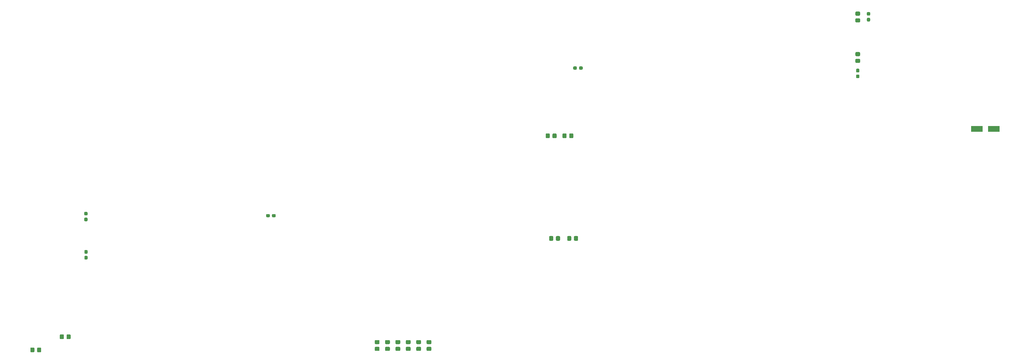
<source format=gbr>
%TF.GenerationSoftware,KiCad,Pcbnew,5.1.10-88a1d61d58~88~ubuntu20.04.1*%
%TF.CreationDate,2021-06-03T15:25:56+07:00*%
%TF.ProjectId,Schema_and_PCB,53636865-6d61-45f6-916e-645f5043422e,v0.1*%
%TF.SameCoordinates,Original*%
%TF.FileFunction,Paste,Bot*%
%TF.FilePolarity,Positive*%
%FSLAX46Y46*%
G04 Gerber Fmt 4.6, Leading zero omitted, Abs format (unit mm)*
G04 Created by KiCad (PCBNEW 5.1.10-88a1d61d58~88~ubuntu20.04.1) date 2021-06-03 15:25:56*
%MOMM*%
%LPD*%
G01*
G04 APERTURE LIST*
%ADD10R,3.500000X1.800000*%
G04 APERTURE END LIST*
%TO.C,R56*%
G36*
G01*
X307143999Y-91856000D02*
X308044001Y-91856000D01*
G75*
G02*
X308294000Y-92105999I0J-249999D01*
G01*
X308294000Y-92806001D01*
G75*
G02*
X308044001Y-93056000I-249999J0D01*
G01*
X307143999Y-93056000D01*
G75*
G02*
X306894000Y-92806001I0J249999D01*
G01*
X306894000Y-92105999D01*
G75*
G02*
X307143999Y-91856000I249999J0D01*
G01*
G37*
G36*
G01*
X307143999Y-89856000D02*
X308044001Y-89856000D01*
G75*
G02*
X308294000Y-90105999I0J-249999D01*
G01*
X308294000Y-90806001D01*
G75*
G02*
X308044001Y-91056000I-249999J0D01*
G01*
X307143999Y-91056000D01*
G75*
G02*
X306894000Y-90806001I0J249999D01*
G01*
X306894000Y-90105999D01*
G75*
G02*
X307143999Y-89856000I249999J0D01*
G01*
G37*
%TD*%
%TO.C,C61*%
G36*
G01*
X223772100Y-94801700D02*
X223772100Y-94326700D01*
G75*
G02*
X224009600Y-94089200I237500J0D01*
G01*
X224609600Y-94089200D01*
G75*
G02*
X224847100Y-94326700I0J-237500D01*
G01*
X224847100Y-94801700D01*
G75*
G02*
X224609600Y-95039200I-237500J0D01*
G01*
X224009600Y-95039200D01*
G75*
G02*
X223772100Y-94801700I0J237500D01*
G01*
G37*
G36*
G01*
X225497100Y-94801700D02*
X225497100Y-94326700D01*
G75*
G02*
X225734600Y-94089200I237500J0D01*
G01*
X226334600Y-94089200D01*
G75*
G02*
X226572100Y-94326700I0J-237500D01*
G01*
X226572100Y-94801700D01*
G75*
G02*
X226334600Y-95039200I-237500J0D01*
G01*
X225734600Y-95039200D01*
G75*
G02*
X225497100Y-94801700I0J237500D01*
G01*
G37*
%TD*%
%TO.C,C66*%
G36*
G01*
X307831500Y-95840500D02*
X307356500Y-95840500D01*
G75*
G02*
X307119000Y-95603000I0J237500D01*
G01*
X307119000Y-95003000D01*
G75*
G02*
X307356500Y-94765500I237500J0D01*
G01*
X307831500Y-94765500D01*
G75*
G02*
X308069000Y-95003000I0J-237500D01*
G01*
X308069000Y-95603000D01*
G75*
G02*
X307831500Y-95840500I-237500J0D01*
G01*
G37*
G36*
G01*
X307831500Y-97565500D02*
X307356500Y-97565500D01*
G75*
G02*
X307119000Y-97328000I0J237500D01*
G01*
X307119000Y-96728000D01*
G75*
G02*
X307356500Y-96490500I237500J0D01*
G01*
X307831500Y-96490500D01*
G75*
G02*
X308069000Y-96728000I0J-237500D01*
G01*
X308069000Y-97328000D01*
G75*
G02*
X307831500Y-97565500I-237500J0D01*
G01*
G37*
%TD*%
%TO.C,C74*%
G36*
G01*
X310531500Y-78037400D02*
X311006500Y-78037400D01*
G75*
G02*
X311244000Y-78274900I0J-237500D01*
G01*
X311244000Y-78874900D01*
G75*
G02*
X311006500Y-79112400I-237500J0D01*
G01*
X310531500Y-79112400D01*
G75*
G02*
X310294000Y-78874900I0J237500D01*
G01*
X310294000Y-78274900D01*
G75*
G02*
X310531500Y-78037400I237500J0D01*
G01*
G37*
G36*
G01*
X310531500Y-79762400D02*
X311006500Y-79762400D01*
G75*
G02*
X311244000Y-79999900I0J-237500D01*
G01*
X311244000Y-80599900D01*
G75*
G02*
X311006500Y-80837400I-237500J0D01*
G01*
X310531500Y-80837400D01*
G75*
G02*
X310294000Y-80599900I0J237500D01*
G01*
X310294000Y-79999900D01*
G75*
G02*
X310531500Y-79762400I237500J0D01*
G01*
G37*
%TD*%
%TO.C,C90*%
G36*
G01*
X80001100Y-149970000D02*
X80476100Y-149970000D01*
G75*
G02*
X80713600Y-150207500I0J-237500D01*
G01*
X80713600Y-150807500D01*
G75*
G02*
X80476100Y-151045000I-237500J0D01*
G01*
X80001100Y-151045000D01*
G75*
G02*
X79763600Y-150807500I0J237500D01*
G01*
X79763600Y-150207500D01*
G75*
G02*
X80001100Y-149970000I237500J0D01*
G01*
G37*
G36*
G01*
X80001100Y-148245000D02*
X80476100Y-148245000D01*
G75*
G02*
X80713600Y-148482500I0J-237500D01*
G01*
X80713600Y-149082500D01*
G75*
G02*
X80476100Y-149320000I-237500J0D01*
G01*
X80001100Y-149320000D01*
G75*
G02*
X79763600Y-149082500I0J237500D01*
G01*
X79763600Y-148482500D01*
G75*
G02*
X80001100Y-148245000I237500J0D01*
G01*
G37*
%TD*%
%TO.C,C91*%
G36*
G01*
X80450700Y-139765000D02*
X79975700Y-139765000D01*
G75*
G02*
X79738200Y-139527500I0J237500D01*
G01*
X79738200Y-138927500D01*
G75*
G02*
X79975700Y-138690000I237500J0D01*
G01*
X80450700Y-138690000D01*
G75*
G02*
X80688200Y-138927500I0J-237500D01*
G01*
X80688200Y-139527500D01*
G75*
G02*
X80450700Y-139765000I-237500J0D01*
G01*
G37*
G36*
G01*
X80450700Y-138040000D02*
X79975700Y-138040000D01*
G75*
G02*
X79738200Y-137802500I0J237500D01*
G01*
X79738200Y-137202500D01*
G75*
G02*
X79975700Y-136965000I237500J0D01*
G01*
X80450700Y-136965000D01*
G75*
G02*
X80688200Y-137202500I0J-237500D01*
G01*
X80688200Y-137802500D01*
G75*
G02*
X80450700Y-138040000I-237500J0D01*
G01*
G37*
%TD*%
D10*
%TO.C,D8*%
X342686000Y-112522000D03*
X347686000Y-112522000D03*
%TD*%
%TO.C,R3*%
G36*
G01*
X225196200Y-144355399D02*
X225196200Y-145255401D01*
G75*
G02*
X224946201Y-145505400I-249999J0D01*
G01*
X224246199Y-145505400D01*
G75*
G02*
X223996200Y-145255401I0J249999D01*
G01*
X223996200Y-144355399D01*
G75*
G02*
X224246199Y-144105400I249999J0D01*
G01*
X224946201Y-144105400D01*
G75*
G02*
X225196200Y-144355399I0J-249999D01*
G01*
G37*
G36*
G01*
X223196200Y-144355399D02*
X223196200Y-145255401D01*
G75*
G02*
X222946201Y-145505400I-249999J0D01*
G01*
X222246199Y-145505400D01*
G75*
G02*
X221996200Y-145255401I0J249999D01*
G01*
X221996200Y-144355399D01*
G75*
G02*
X222246199Y-144105400I249999J0D01*
G01*
X222946201Y-144105400D01*
G75*
G02*
X223196200Y-144355399I0J-249999D01*
G01*
G37*
%TD*%
%TO.C,R6*%
G36*
G01*
X217884600Y-144368199D02*
X217884600Y-145268201D01*
G75*
G02*
X217634601Y-145518200I-249999J0D01*
G01*
X216934599Y-145518200D01*
G75*
G02*
X216684600Y-145268201I0J249999D01*
G01*
X216684600Y-144368199D01*
G75*
G02*
X216934599Y-144118200I249999J0D01*
G01*
X217634601Y-144118200D01*
G75*
G02*
X217884600Y-144368199I0J-249999D01*
G01*
G37*
G36*
G01*
X219884600Y-144368199D02*
X219884600Y-145268201D01*
G75*
G02*
X219634601Y-145518200I-249999J0D01*
G01*
X218934599Y-145518200D01*
G75*
G02*
X218684600Y-145268201I0J249999D01*
G01*
X218684600Y-144368199D01*
G75*
G02*
X218934599Y-144118200I249999J0D01*
G01*
X219634601Y-144118200D01*
G75*
G02*
X219884600Y-144368199I0J-249999D01*
G01*
G37*
%TD*%
%TO.C,R7*%
G36*
G01*
X223808600Y-114103999D02*
X223808600Y-115004001D01*
G75*
G02*
X223558601Y-115254000I-249999J0D01*
G01*
X222858599Y-115254000D01*
G75*
G02*
X222608600Y-115004001I0J249999D01*
G01*
X222608600Y-114103999D01*
G75*
G02*
X222858599Y-113854000I249999J0D01*
G01*
X223558601Y-113854000D01*
G75*
G02*
X223808600Y-114103999I0J-249999D01*
G01*
G37*
G36*
G01*
X221808600Y-114103999D02*
X221808600Y-115004001D01*
G75*
G02*
X221558601Y-115254000I-249999J0D01*
G01*
X220858599Y-115254000D01*
G75*
G02*
X220608600Y-115004001I0J249999D01*
G01*
X220608600Y-114103999D01*
G75*
G02*
X220858599Y-113854000I249999J0D01*
G01*
X221558601Y-113854000D01*
G75*
G02*
X221808600Y-114103999I0J-249999D01*
G01*
G37*
%TD*%
%TO.C,R8*%
G36*
G01*
X216868400Y-114103999D02*
X216868400Y-115004001D01*
G75*
G02*
X216618401Y-115254000I-249999J0D01*
G01*
X215918399Y-115254000D01*
G75*
G02*
X215668400Y-115004001I0J249999D01*
G01*
X215668400Y-114103999D01*
G75*
G02*
X215918399Y-113854000I249999J0D01*
G01*
X216618401Y-113854000D01*
G75*
G02*
X216868400Y-114103999I0J-249999D01*
G01*
G37*
G36*
G01*
X218868400Y-114103999D02*
X218868400Y-115004001D01*
G75*
G02*
X218618401Y-115254000I-249999J0D01*
G01*
X217918399Y-115254000D01*
G75*
G02*
X217668400Y-115004001I0J249999D01*
G01*
X217668400Y-114103999D01*
G75*
G02*
X217918399Y-113854000I249999J0D01*
G01*
X218618401Y-113854000D01*
G75*
G02*
X218868400Y-114103999I0J-249999D01*
G01*
G37*
%TD*%
%TO.C,R14*%
G36*
G01*
X72517200Y-174275001D02*
X72517200Y-173374999D01*
G75*
G02*
X72767199Y-173125000I249999J0D01*
G01*
X73467201Y-173125000D01*
G75*
G02*
X73717200Y-173374999I0J-249999D01*
G01*
X73717200Y-174275001D01*
G75*
G02*
X73467201Y-174525000I-249999J0D01*
G01*
X72767199Y-174525000D01*
G75*
G02*
X72517200Y-174275001I0J249999D01*
G01*
G37*
G36*
G01*
X74517200Y-174275001D02*
X74517200Y-173374999D01*
G75*
G02*
X74767199Y-173125000I249999J0D01*
G01*
X75467201Y-173125000D01*
G75*
G02*
X75717200Y-173374999I0J-249999D01*
G01*
X75717200Y-174275001D01*
G75*
G02*
X75467201Y-174525000I-249999J0D01*
G01*
X74767199Y-174525000D01*
G75*
G02*
X74517200Y-174275001I0J249999D01*
G01*
G37*
%TD*%
%TO.C,R15*%
G36*
G01*
X65039800Y-177247999D02*
X65039800Y-178148001D01*
G75*
G02*
X64789801Y-178398000I-249999J0D01*
G01*
X64089799Y-178398000D01*
G75*
G02*
X63839800Y-178148001I0J249999D01*
G01*
X63839800Y-177247999D01*
G75*
G02*
X64089799Y-176998000I249999J0D01*
G01*
X64789801Y-176998000D01*
G75*
G02*
X65039800Y-177247999I0J-249999D01*
G01*
G37*
G36*
G01*
X67039800Y-177247999D02*
X67039800Y-178148001D01*
G75*
G02*
X66789801Y-178398000I-249999J0D01*
G01*
X66089799Y-178398000D01*
G75*
G02*
X65839800Y-178148001I0J249999D01*
G01*
X65839800Y-177247999D01*
G75*
G02*
X66089799Y-176998000I249999J0D01*
G01*
X66789801Y-176998000D01*
G75*
G02*
X67039800Y-177247999I0J-249999D01*
G01*
G37*
%TD*%
%TO.C,R60*%
G36*
G01*
X307143999Y-79918000D02*
X308044001Y-79918000D01*
G75*
G02*
X308294000Y-80167999I0J-249999D01*
G01*
X308294000Y-80868001D01*
G75*
G02*
X308044001Y-81118000I-249999J0D01*
G01*
X307143999Y-81118000D01*
G75*
G02*
X306894000Y-80868001I0J249999D01*
G01*
X306894000Y-80167999D01*
G75*
G02*
X307143999Y-79918000I249999J0D01*
G01*
G37*
G36*
G01*
X307143999Y-77918000D02*
X308044001Y-77918000D01*
G75*
G02*
X308294000Y-78167999I0J-249999D01*
G01*
X308294000Y-78868001D01*
G75*
G02*
X308044001Y-79118000I-249999J0D01*
G01*
X307143999Y-79118000D01*
G75*
G02*
X306894000Y-78868001I0J249999D01*
G01*
X306894000Y-78167999D01*
G75*
G02*
X307143999Y-77918000I249999J0D01*
G01*
G37*
%TD*%
%TO.C,R74*%
G36*
G01*
X166451701Y-177993600D02*
X165551699Y-177993600D01*
G75*
G02*
X165301700Y-177743601I0J249999D01*
G01*
X165301700Y-177043599D01*
G75*
G02*
X165551699Y-176793600I249999J0D01*
G01*
X166451701Y-176793600D01*
G75*
G02*
X166701700Y-177043599I0J-249999D01*
G01*
X166701700Y-177743601D01*
G75*
G02*
X166451701Y-177993600I-249999J0D01*
G01*
G37*
G36*
G01*
X166451701Y-175993600D02*
X165551699Y-175993600D01*
G75*
G02*
X165301700Y-175743601I0J249999D01*
G01*
X165301700Y-175043599D01*
G75*
G02*
X165551699Y-174793600I249999J0D01*
G01*
X166451701Y-174793600D01*
G75*
G02*
X166701700Y-175043599I0J-249999D01*
G01*
X166701700Y-175743601D01*
G75*
G02*
X166451701Y-175993600I-249999J0D01*
G01*
G37*
%TD*%
%TO.C,R75*%
G36*
G01*
X169507321Y-177993600D02*
X168607319Y-177993600D01*
G75*
G02*
X168357320Y-177743601I0J249999D01*
G01*
X168357320Y-177043599D01*
G75*
G02*
X168607319Y-176793600I249999J0D01*
G01*
X169507321Y-176793600D01*
G75*
G02*
X169757320Y-177043599I0J-249999D01*
G01*
X169757320Y-177743601D01*
G75*
G02*
X169507321Y-177993600I-249999J0D01*
G01*
G37*
G36*
G01*
X169507321Y-175993600D02*
X168607319Y-175993600D01*
G75*
G02*
X168357320Y-175743601I0J249999D01*
G01*
X168357320Y-175043599D01*
G75*
G02*
X168607319Y-174793600I249999J0D01*
G01*
X169507321Y-174793600D01*
G75*
G02*
X169757320Y-175043599I0J-249999D01*
G01*
X169757320Y-175743601D01*
G75*
G02*
X169507321Y-175993600I-249999J0D01*
G01*
G37*
%TD*%
%TO.C,R76*%
G36*
G01*
X181729801Y-175993600D02*
X180829799Y-175993600D01*
G75*
G02*
X180579800Y-175743601I0J249999D01*
G01*
X180579800Y-175043599D01*
G75*
G02*
X180829799Y-174793600I249999J0D01*
G01*
X181729801Y-174793600D01*
G75*
G02*
X181979800Y-175043599I0J-249999D01*
G01*
X181979800Y-175743601D01*
G75*
G02*
X181729801Y-175993600I-249999J0D01*
G01*
G37*
G36*
G01*
X181729801Y-177993600D02*
X180829799Y-177993600D01*
G75*
G02*
X180579800Y-177743601I0J249999D01*
G01*
X180579800Y-177043599D01*
G75*
G02*
X180829799Y-176793600I249999J0D01*
G01*
X181729801Y-176793600D01*
G75*
G02*
X181979800Y-177043599I0J-249999D01*
G01*
X181979800Y-177743601D01*
G75*
G02*
X181729801Y-177993600I-249999J0D01*
G01*
G37*
%TD*%
%TO.C,R77*%
G36*
G01*
X178674181Y-177993600D02*
X177774179Y-177993600D01*
G75*
G02*
X177524180Y-177743601I0J249999D01*
G01*
X177524180Y-177043599D01*
G75*
G02*
X177774179Y-176793600I249999J0D01*
G01*
X178674181Y-176793600D01*
G75*
G02*
X178924180Y-177043599I0J-249999D01*
G01*
X178924180Y-177743601D01*
G75*
G02*
X178674181Y-177993600I-249999J0D01*
G01*
G37*
G36*
G01*
X178674181Y-175993600D02*
X177774179Y-175993600D01*
G75*
G02*
X177524180Y-175743601I0J249999D01*
G01*
X177524180Y-175043599D01*
G75*
G02*
X177774179Y-174793600I249999J0D01*
G01*
X178674181Y-174793600D01*
G75*
G02*
X178924180Y-175043599I0J-249999D01*
G01*
X178924180Y-175743601D01*
G75*
G02*
X178674181Y-175993600I-249999J0D01*
G01*
G37*
%TD*%
%TO.C,R78*%
G36*
G01*
X175618561Y-175993600D02*
X174718559Y-175993600D01*
G75*
G02*
X174468560Y-175743601I0J249999D01*
G01*
X174468560Y-175043599D01*
G75*
G02*
X174718559Y-174793600I249999J0D01*
G01*
X175618561Y-174793600D01*
G75*
G02*
X175868560Y-175043599I0J-249999D01*
G01*
X175868560Y-175743601D01*
G75*
G02*
X175618561Y-175993600I-249999J0D01*
G01*
G37*
G36*
G01*
X175618561Y-177993600D02*
X174718559Y-177993600D01*
G75*
G02*
X174468560Y-177743601I0J249999D01*
G01*
X174468560Y-177043599D01*
G75*
G02*
X174718559Y-176793600I249999J0D01*
G01*
X175618561Y-176793600D01*
G75*
G02*
X175868560Y-177043599I0J-249999D01*
G01*
X175868560Y-177743601D01*
G75*
G02*
X175618561Y-177993600I-249999J0D01*
G01*
G37*
%TD*%
%TO.C,R79*%
G36*
G01*
X172562941Y-177993600D02*
X171662939Y-177993600D01*
G75*
G02*
X171412940Y-177743601I0J249999D01*
G01*
X171412940Y-177043599D01*
G75*
G02*
X171662939Y-176793600I249999J0D01*
G01*
X172562941Y-176793600D01*
G75*
G02*
X172812940Y-177043599I0J-249999D01*
G01*
X172812940Y-177743601D01*
G75*
G02*
X172562941Y-177993600I-249999J0D01*
G01*
G37*
G36*
G01*
X172562941Y-175993600D02*
X171662939Y-175993600D01*
G75*
G02*
X171412940Y-175743601I0J249999D01*
G01*
X171412940Y-175043599D01*
G75*
G02*
X171662939Y-174793600I249999J0D01*
G01*
X172562941Y-174793600D01*
G75*
G02*
X172812940Y-175043599I0J-249999D01*
G01*
X172812940Y-175743601D01*
G75*
G02*
X172562941Y-175993600I-249999J0D01*
G01*
G37*
%TD*%
%TO.C,C50*%
G36*
G01*
X135032800Y-138350000D02*
X135032800Y-137875000D01*
G75*
G02*
X135270300Y-137637500I237500J0D01*
G01*
X135870300Y-137637500D01*
G75*
G02*
X136107800Y-137875000I0J-237500D01*
G01*
X136107800Y-138350000D01*
G75*
G02*
X135870300Y-138587500I-237500J0D01*
G01*
X135270300Y-138587500D01*
G75*
G02*
X135032800Y-138350000I0J237500D01*
G01*
G37*
G36*
G01*
X133307800Y-138350000D02*
X133307800Y-137875000D01*
G75*
G02*
X133545300Y-137637500I237500J0D01*
G01*
X134145300Y-137637500D01*
G75*
G02*
X134382800Y-137875000I0J-237500D01*
G01*
X134382800Y-138350000D01*
G75*
G02*
X134145300Y-138587500I-237500J0D01*
G01*
X133545300Y-138587500D01*
G75*
G02*
X133307800Y-138350000I0J237500D01*
G01*
G37*
%TD*%
M02*

</source>
